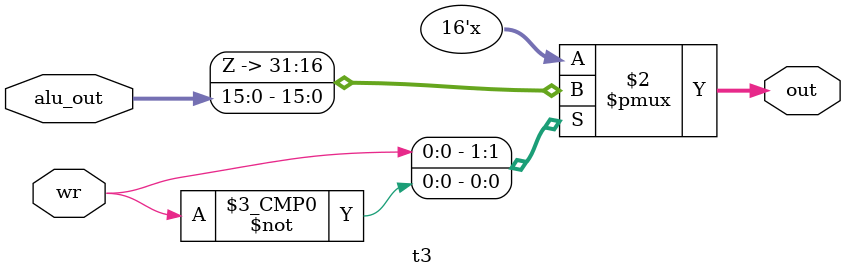
<source format=v>

module t3(
   input                wr, 
   input [15:0]         alu_out, 
   output reg [15:0]    out
   );

   //input         wr;
   //input [15:0]  alu_out;
   //output [15:0] out;
   //reg [15:0]    out;
   
   
   always @(wr or alu_out)
      case (wr)
         1'b1 :
            out <= 16'bZZZZZZZZZZZZZZZZ;
         1'b0 :
            out <= alu_out;
      endcase
   
endmodule

</source>
